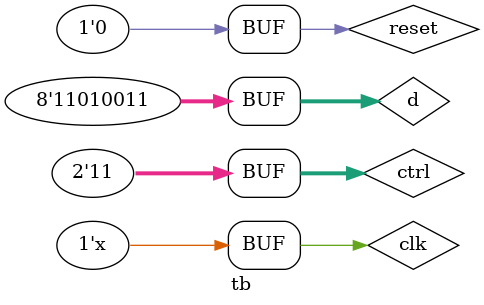
<source format=v>
module univ_shift_reg(
    input wire clk, reset,
    input wire [1:0] ctrl,
    input wire [7:0] d,
    output wire [7:0] q
);

reg [7:0] r_reg, r_next;

always @(posedge clk, posedge reset)
if (reset)
    r_reg <= 0;
else
    r_reg <= r_next;

// next-state logic
always @*
case(ctrl)
    2'b00: r_next = r_reg;      // no op
    2'b01: r_next = {r_reg[6:0], d[0]}; // shift left
    2'b10: r_next = {d[7], r_reg[7:1]}; // shift right
    default: r_next = d;        // load
endcase

// output logic
assign q = r_reg;

endmodule


module tb;
reg clk, reset;
reg [1:0] ctrl;
reg [7:0] d;
wire [7:0] q;

univ_shift_reg uut(clk, reset, ctrl, d, q);

always #5 clk = ~clk;

initial
begin
clk=0; reset=0;

#10;
d=8'b11010011;
ctrl = 2'b11; // load

#10;
ctrl = 2'b01;

#10;
ctrl = 2'b11;

end
endmodule



</source>
